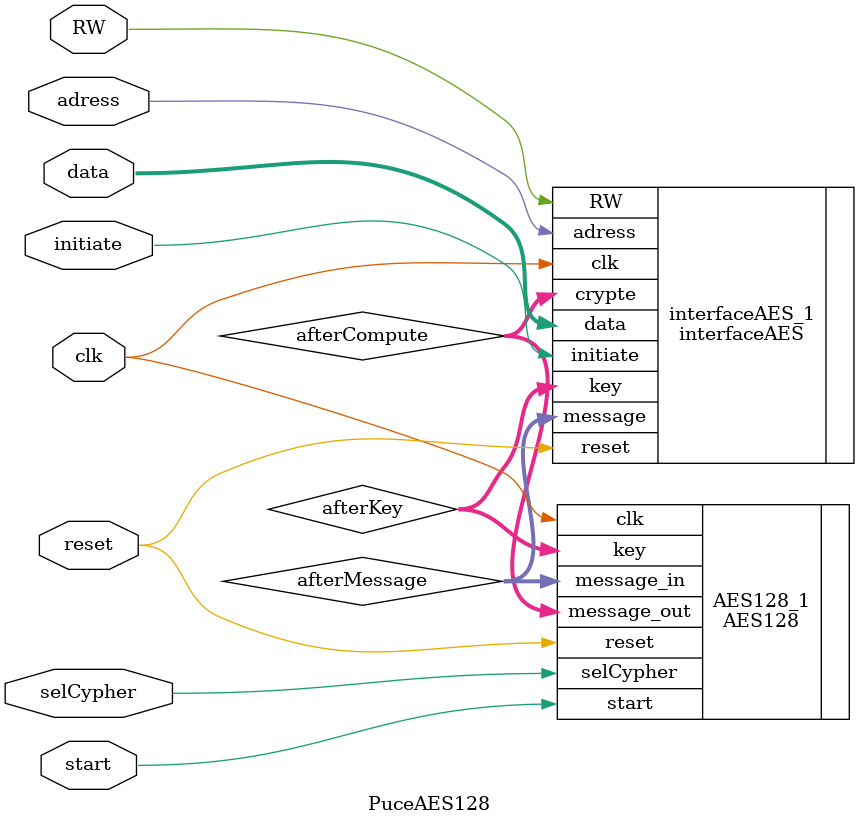
<source format=sv>

module PuceAES128(
  input logic                  clk,
  input logic                  reset,
  input logic                  selCypher,     // Encryption Or Decryption ?
  input logic                  start,
  input logic                  RW,
  input logic                  adress,
  input logic                  initiate,
  inout logic[0:31]            data
);

//====Signal Init================================================================

logic[0:127] afterMessage, afterKey, afterCompute;

//======Interface init==========================================
interfaceAES interfaceAES_1(
  .data(data),
  .crypte(afterCompute),
  .clk(clk),
  .reset(reset),
  .RW(RW),
  .initiate(initiate),
  .adress(adress),
  .message(afterMessage),
  .key(afterKey)
);

//=======AES128 init=======================
AES128 AES128_1(
  .clk(clk),
  .reset(reset),
  .selCypher(selCypher),
  .message_in(afterMessage),
  .key(afterKey),
  .message_out(afterCompute),
  .start(start)
);


endmodule


</source>
